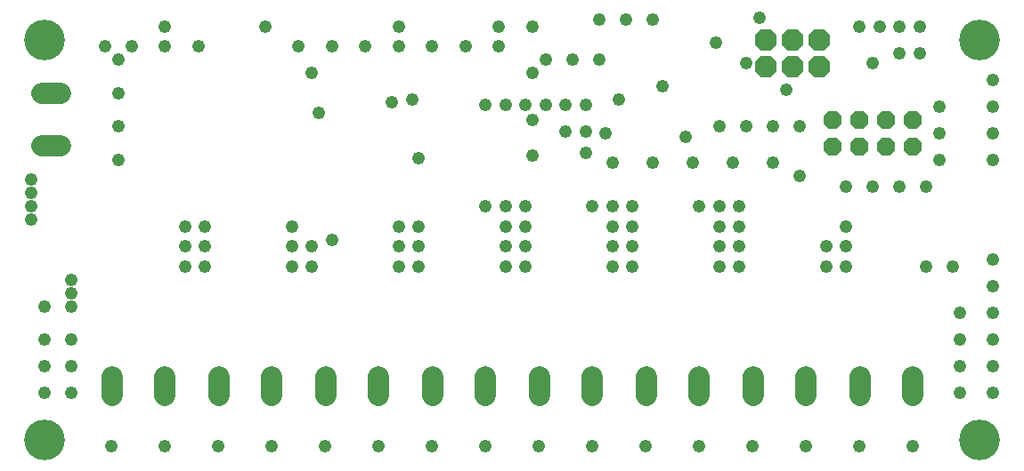
<source format=gbs>
G75*
%MOIN*%
%OFA0B0*%
%FSLAX25Y25*%
%IPPOS*%
%LPD*%
%AMOC8*
5,1,8,0,0,1.08239X$1,22.5*
%
%ADD10C,0.15200*%
%ADD11C,0.07850*%
%ADD12OC8,0.08200*%
%ADD13OC8,0.06800*%
%ADD14C,0.04800*%
%ADD15C,0.04762*%
D10*
X0015300Y0014300D03*
X0015300Y0164300D03*
X0365300Y0164300D03*
X0365300Y0014300D03*
D11*
X0340143Y0030775D02*
X0340143Y0037825D01*
X0320457Y0037825D02*
X0320457Y0030775D01*
X0300143Y0030775D02*
X0300143Y0037825D01*
X0280457Y0037825D02*
X0280457Y0030775D01*
X0260143Y0030775D02*
X0260143Y0037825D01*
X0240457Y0037825D02*
X0240457Y0030775D01*
X0220143Y0030775D02*
X0220143Y0037825D01*
X0200457Y0037825D02*
X0200457Y0030775D01*
X0180143Y0030775D02*
X0180143Y0037825D01*
X0160457Y0037825D02*
X0160457Y0030775D01*
X0140143Y0030775D02*
X0140143Y0037825D01*
X0120457Y0037825D02*
X0120457Y0030775D01*
X0100143Y0030775D02*
X0100143Y0037825D01*
X0080457Y0037825D02*
X0080457Y0030775D01*
X0060143Y0030775D02*
X0060143Y0037825D01*
X0040457Y0037825D02*
X0040457Y0030775D01*
X0021325Y0124457D02*
X0014275Y0124457D01*
X0014275Y0144143D02*
X0021325Y0144143D01*
D12*
X0285300Y0154300D03*
X0295300Y0154300D03*
X0305300Y0154300D03*
X0305300Y0164300D03*
X0295300Y0164300D03*
X0285300Y0164300D03*
D13*
X0310300Y0134300D03*
X0320300Y0134300D03*
X0330300Y0134300D03*
X0340300Y0134300D03*
X0340300Y0124300D03*
X0330300Y0124300D03*
X0320300Y0124300D03*
X0310300Y0124300D03*
D14*
X0297800Y0131800D03*
X0287800Y0131800D03*
X0277800Y0131800D03*
X0267800Y0131800D03*
X0255300Y0127800D03*
X0257800Y0118000D03*
X0242800Y0118000D03*
X0227800Y0118000D03*
X0217800Y0121800D03*
X0217800Y0129800D03*
X0210300Y0129800D03*
X0197800Y0134300D03*
X0195300Y0139800D03*
X0187800Y0139800D03*
X0180300Y0139800D03*
X0202800Y0139800D03*
X0210300Y0139800D03*
X0217800Y0139800D03*
X0230300Y0141800D03*
X0246550Y0146800D03*
X0222800Y0156800D03*
X0212800Y0156800D03*
X0202800Y0156800D03*
X0197800Y0151800D03*
X0185300Y0161800D03*
X0172800Y0161800D03*
X0160300Y0161800D03*
X0147800Y0161800D03*
X0135300Y0161800D03*
X0122800Y0161800D03*
X0110300Y0161800D03*
X0097800Y0169300D03*
X0072800Y0161800D03*
X0060300Y0161800D03*
X0060300Y0169300D03*
X0047800Y0161800D03*
X0037800Y0161800D03*
X0042800Y0156800D03*
X0042800Y0144300D03*
X0042800Y0131800D03*
X0042800Y0119300D03*
X0010300Y0111800D03*
X0010300Y0106800D03*
X0010300Y0101800D03*
X0010300Y0096800D03*
X0067800Y0094300D03*
X0075300Y0094300D03*
X0075300Y0086800D03*
X0067800Y0086800D03*
X0067800Y0079300D03*
X0075300Y0079300D03*
X0107800Y0079300D03*
X0115300Y0079300D03*
X0115300Y0086800D03*
X0107800Y0086800D03*
X0107800Y0094300D03*
X0122800Y0089300D03*
X0147800Y0086800D03*
X0155300Y0086800D03*
X0155300Y0079300D03*
X0147800Y0079300D03*
X0147800Y0094300D03*
X0155300Y0094300D03*
X0180300Y0101800D03*
X0187800Y0101800D03*
X0195300Y0101800D03*
X0195300Y0094300D03*
X0187800Y0094300D03*
X0187800Y0086800D03*
X0195300Y0086800D03*
X0195300Y0079300D03*
X0187800Y0079300D03*
X0227800Y0079300D03*
X0235300Y0079300D03*
X0235300Y0086800D03*
X0227800Y0086800D03*
X0227800Y0094300D03*
X0235300Y0094300D03*
X0235300Y0101800D03*
X0227800Y0101800D03*
X0220300Y0101800D03*
X0197800Y0120800D03*
X0225300Y0129300D03*
X0272800Y0118000D03*
X0287800Y0118000D03*
X0297800Y0113000D03*
X0315300Y0109300D03*
X0325300Y0109300D03*
X0335300Y0109300D03*
X0345300Y0109300D03*
X0350300Y0119300D03*
X0370300Y0119300D03*
X0370300Y0129300D03*
X0370300Y0139300D03*
X0350300Y0139300D03*
X0350300Y0129300D03*
X0370300Y0149300D03*
X0342800Y0159300D03*
X0335300Y0159300D03*
X0325300Y0155550D03*
X0327800Y0169300D03*
X0335300Y0169300D03*
X0342800Y0169300D03*
X0320300Y0169300D03*
X0282800Y0172646D03*
X0266550Y0163050D03*
X0277800Y0155550D03*
X0292800Y0145550D03*
X0242800Y0171800D03*
X0232800Y0171800D03*
X0222800Y0171800D03*
X0197800Y0169300D03*
X0185300Y0169300D03*
X0147800Y0169300D03*
X0115300Y0151800D03*
X0117800Y0136800D03*
X0145300Y0140800D03*
X0152800Y0141800D03*
X0155300Y0119800D03*
X0260300Y0101800D03*
X0267800Y0101800D03*
X0275300Y0101800D03*
X0275300Y0094300D03*
X0267800Y0094300D03*
X0267800Y0086800D03*
X0275300Y0086800D03*
X0275300Y0079300D03*
X0267800Y0079300D03*
X0307800Y0079300D03*
X0315300Y0079300D03*
X0315300Y0086800D03*
X0307800Y0086800D03*
X0315300Y0094300D03*
X0345300Y0079300D03*
X0355300Y0079300D03*
X0370300Y0081800D03*
X0370300Y0071800D03*
X0370300Y0061800D03*
X0357800Y0061800D03*
X0357800Y0051800D03*
X0370300Y0051800D03*
X0370300Y0041800D03*
X0357800Y0041800D03*
X0357800Y0031800D03*
X0370300Y0031800D03*
X0340300Y0011800D03*
X0320300Y0011800D03*
X0300300Y0011800D03*
X0280300Y0011800D03*
X0260300Y0011800D03*
X0240300Y0011800D03*
X0220300Y0011800D03*
X0200300Y0011800D03*
X0180300Y0011800D03*
X0160300Y0011800D03*
X0140300Y0011800D03*
X0120300Y0011800D03*
X0100300Y0011800D03*
X0080300Y0011800D03*
X0060300Y0011800D03*
X0040300Y0011800D03*
X0025300Y0031800D03*
X0015300Y0031800D03*
X0015300Y0041800D03*
X0025300Y0041800D03*
X0025300Y0051800D03*
X0015300Y0051800D03*
D15*
X0015300Y0064300D03*
X0025300Y0064300D03*
X0025300Y0069300D03*
X0025300Y0074300D03*
M02*

</source>
